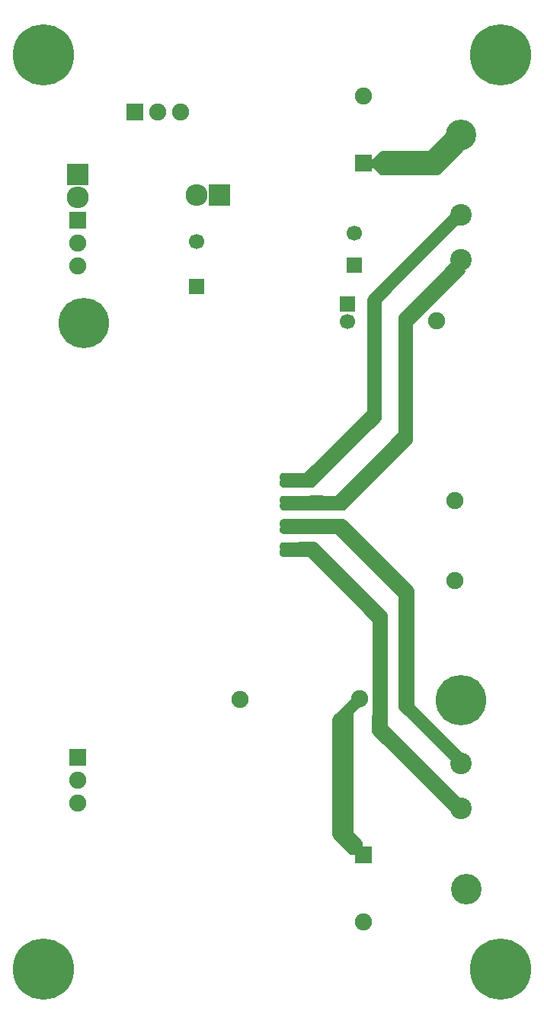
<source format=gbr>
G04 #@! TF.FileFunction,Soldermask,Bot*
%FSLAX46Y46*%
G04 Gerber Fmt 4.6, Leading zero omitted, Abs format (unit mm)*
G04 Created by KiCad (PCBNEW 4.0.5) date 07/06/18 10:07:35*
%MOMM*%
%LPD*%
G01*
G04 APERTURE LIST*
%ADD10C,0.100000*%
%ADD11C,5.600000*%
%ADD12R,1.700000X1.700000*%
%ADD13C,1.700000*%
%ADD14R,1.900000X1.900000*%
%ADD15C,1.900000*%
%ADD16C,2.400000*%
%ADD17C,3.400000*%
%ADD18C,6.800000*%
%ADD19R,2.432000X2.432000*%
%ADD20O,2.432000X2.432000*%
%ADD21C,0.254000*%
G04 APERTURE END LIST*
D10*
D11*
X120015000Y-104775000D03*
X78105000Y-62865000D03*
D12*
X90678000Y-58801000D03*
D13*
X90678000Y-53801000D03*
D12*
X107442000Y-60706000D03*
D13*
X107442000Y-62706000D03*
X108204000Y-52888000D03*
D12*
X108204000Y-56388000D03*
D14*
X109220000Y-45085000D03*
D15*
X109220000Y-37585000D03*
D14*
X109220000Y-121920000D03*
D15*
X109220000Y-129420000D03*
D16*
X120015000Y-55840000D03*
X120015000Y-50840000D03*
X120015000Y-116800000D03*
X120015000Y-111800000D03*
D17*
X120015000Y-41910000D03*
X120650000Y-125730000D03*
D14*
X77470000Y-51435000D03*
D15*
X77470000Y-53975000D03*
X77470000Y-56515000D03*
D14*
X77470000Y-111125000D03*
D15*
X77470000Y-113665000D03*
X77470000Y-116205000D03*
D14*
X83820000Y-39370000D03*
D15*
X86360000Y-39370000D03*
X88900000Y-39370000D03*
X117348000Y-62611000D03*
X119380000Y-82550000D03*
X119380000Y-91440000D03*
X108775500Y-104584500D03*
X95504000Y-104648000D03*
D18*
X73660000Y-33020000D03*
X124460000Y-33020000D03*
X73660000Y-134620000D03*
X124460000Y-134620000D03*
D19*
X93218000Y-48641000D03*
D20*
X90678000Y-48641000D03*
D19*
X77470000Y-46355000D03*
D20*
X77470000Y-48895000D03*
D21*
G36*
X106937677Y-84720255D02*
X107037733Y-84760277D01*
X107110333Y-84812134D01*
X107178463Y-84868909D01*
X114595008Y-92285454D01*
X114634444Y-92344608D01*
X114652270Y-92380260D01*
X114660576Y-92405178D01*
X114668300Y-92436074D01*
X114668300Y-105272840D01*
X114678306Y-105322250D01*
X114705497Y-105362643D01*
X120282133Y-110939279D01*
X119090517Y-111471251D01*
X113225996Y-105606730D01*
X113198155Y-105541768D01*
X113178415Y-105492417D01*
X113167972Y-105429761D01*
X113167234Y-105425733D01*
X113157000Y-105374563D01*
X113157000Y-93169740D01*
X113146994Y-93120330D01*
X113119803Y-93079937D01*
X106172903Y-86133037D01*
X106130889Y-86105174D01*
X106083100Y-86095840D01*
X100269434Y-86095840D01*
X100196526Y-86077613D01*
X100144829Y-86051765D01*
X100043733Y-85970888D01*
X100008256Y-85917672D01*
X99979927Y-85861014D01*
X99961700Y-85788106D01*
X99961700Y-85733877D01*
X99972361Y-85627267D01*
X99989306Y-85576431D01*
X100025428Y-85513218D01*
X100038803Y-85499843D01*
X100066666Y-85457829D01*
X100075988Y-85408286D01*
X100065300Y-85359018D01*
X100038803Y-85320237D01*
X100015274Y-85296708D01*
X99990430Y-85247020D01*
X99971034Y-85188831D01*
X99961700Y-85132829D01*
X99961700Y-85055682D01*
X99981504Y-84966565D01*
X100010338Y-84899285D01*
X100043733Y-84849192D01*
X100091836Y-84810710D01*
X100093803Y-84809104D01*
X100153457Y-84759393D01*
X100228123Y-84731393D01*
X100307534Y-84711540D01*
X106885389Y-84711540D01*
X106937677Y-84720255D01*
X106937677Y-84720255D01*
G37*
X106937677Y-84720255D02*
X107037733Y-84760277D01*
X107110333Y-84812134D01*
X107178463Y-84868909D01*
X114595008Y-92285454D01*
X114634444Y-92344608D01*
X114652270Y-92380260D01*
X114660576Y-92405178D01*
X114668300Y-92436074D01*
X114668300Y-105272840D01*
X114678306Y-105322250D01*
X114705497Y-105362643D01*
X120282133Y-110939279D01*
X119090517Y-111471251D01*
X113225996Y-105606730D01*
X113198155Y-105541768D01*
X113178415Y-105492417D01*
X113167972Y-105429761D01*
X113167234Y-105425733D01*
X113157000Y-105374563D01*
X113157000Y-93169740D01*
X113146994Y-93120330D01*
X113119803Y-93079937D01*
X106172903Y-86133037D01*
X106130889Y-86105174D01*
X106083100Y-86095840D01*
X100269434Y-86095840D01*
X100196526Y-86077613D01*
X100144829Y-86051765D01*
X100043733Y-85970888D01*
X100008256Y-85917672D01*
X99979927Y-85861014D01*
X99961700Y-85788106D01*
X99961700Y-85733877D01*
X99972361Y-85627267D01*
X99989306Y-85576431D01*
X100025428Y-85513218D01*
X100038803Y-85499843D01*
X100066666Y-85457829D01*
X100075988Y-85408286D01*
X100065300Y-85359018D01*
X100038803Y-85320237D01*
X100015274Y-85296708D01*
X99990430Y-85247020D01*
X99971034Y-85188831D01*
X99961700Y-85132829D01*
X99961700Y-85055682D01*
X99981504Y-84966565D01*
X100010338Y-84899285D01*
X100043733Y-84849192D01*
X100091836Y-84810710D01*
X100093803Y-84809104D01*
X100153457Y-84759393D01*
X100228123Y-84731393D01*
X100307534Y-84711540D01*
X106885389Y-84711540D01*
X106937677Y-84720255D01*
G36*
X103770373Y-87267281D02*
X103828134Y-87286535D01*
X103889690Y-87312916D01*
X103935897Y-87359123D01*
X111772754Y-95221259D01*
X111785400Y-107589450D01*
X111795456Y-107638850D01*
X111822597Y-107679123D01*
X120072446Y-115928972D01*
X119078570Y-117141284D01*
X110336858Y-108399572D01*
X110271207Y-108290154D01*
X110257721Y-108263181D01*
X110248700Y-108191016D01*
X110248700Y-106449254D01*
X110269124Y-106367558D01*
X110292983Y-106295981D01*
X110299500Y-106255820D01*
X110299500Y-95905320D01*
X110289494Y-95855910D01*
X110262303Y-95815517D01*
X103124903Y-88678117D01*
X103082889Y-88650254D01*
X103035100Y-88640920D01*
X100251430Y-88640920D01*
X100177629Y-88613244D01*
X100100432Y-88574646D01*
X100067652Y-88541866D01*
X100006711Y-88470768D01*
X99971449Y-88391429D01*
X99961700Y-88303688D01*
X99961700Y-88234397D01*
X99970925Y-88188270D01*
X99993129Y-88110556D01*
X100006436Y-88077290D01*
X100038803Y-88044923D01*
X100066666Y-88002909D01*
X100075988Y-87953366D01*
X100065300Y-87904098D01*
X100052344Y-87881303D01*
X99994636Y-87800511D01*
X99980685Y-87772610D01*
X99961700Y-87687178D01*
X99961700Y-87595849D01*
X99970749Y-87532506D01*
X99999368Y-87465728D01*
X100038128Y-87397898D01*
X100089727Y-87346299D01*
X100178159Y-87297171D01*
X100243161Y-87275503D01*
X100253388Y-87269182D01*
X103663995Y-87256643D01*
X103770373Y-87267281D01*
X103770373Y-87267281D01*
G37*
X103770373Y-87267281D02*
X103828134Y-87286535D01*
X103889690Y-87312916D01*
X103935897Y-87359123D01*
X111772754Y-95221259D01*
X111785400Y-107589450D01*
X111795456Y-107638850D01*
X111822597Y-107679123D01*
X120072446Y-115928972D01*
X119078570Y-117141284D01*
X110336858Y-108399572D01*
X110271207Y-108290154D01*
X110257721Y-108263181D01*
X110248700Y-108191016D01*
X110248700Y-106449254D01*
X110269124Y-106367558D01*
X110292983Y-106295981D01*
X110299500Y-106255820D01*
X110299500Y-95905320D01*
X110289494Y-95855910D01*
X110262303Y-95815517D01*
X103124903Y-88678117D01*
X103082889Y-88650254D01*
X103035100Y-88640920D01*
X100251430Y-88640920D01*
X100177629Y-88613244D01*
X100100432Y-88574646D01*
X100067652Y-88541866D01*
X100006711Y-88470768D01*
X99971449Y-88391429D01*
X99961700Y-88303688D01*
X99961700Y-88234397D01*
X99970925Y-88188270D01*
X99993129Y-88110556D01*
X100006436Y-88077290D01*
X100038803Y-88044923D01*
X100066666Y-88002909D01*
X100075988Y-87953366D01*
X100065300Y-87904098D01*
X100052344Y-87881303D01*
X99994636Y-87800511D01*
X99980685Y-87772610D01*
X99961700Y-87687178D01*
X99961700Y-87595849D01*
X99970749Y-87532506D01*
X99999368Y-87465728D01*
X100038128Y-87397898D01*
X100089727Y-87346299D01*
X100178159Y-87297171D01*
X100243161Y-87275503D01*
X100253388Y-87269182D01*
X103663995Y-87256643D01*
X103770373Y-87267281D01*
G36*
X120381913Y-56959326D02*
X120364593Y-57051701D01*
X120296342Y-57158952D01*
X114591197Y-62864097D01*
X114563334Y-62906111D01*
X114554000Y-62953775D01*
X114541300Y-75844275D01*
X114541300Y-75855858D01*
X114522315Y-75941290D01*
X114475000Y-76035920D01*
X107155336Y-83368248D01*
X107070160Y-83432130D01*
X106992790Y-83470815D01*
X106907358Y-83489800D01*
X100277011Y-83489800D01*
X100223346Y-83480856D01*
X100148927Y-83452949D01*
X100086182Y-83408131D01*
X100026236Y-83338194D01*
X99979348Y-83263173D01*
X99960164Y-83176848D01*
X99950554Y-83090351D01*
X99967560Y-83013823D01*
X100048120Y-82864211D01*
X100062735Y-82815963D01*
X100057428Y-82765830D01*
X100046567Y-82740990D01*
X99997511Y-82655142D01*
X99959418Y-82578956D01*
X99950207Y-82459208D01*
X99968516Y-82385969D01*
X100008309Y-82286488D01*
X100060782Y-82225269D01*
X100129009Y-82176536D01*
X100210447Y-82135817D01*
X100321608Y-82105500D01*
X103251000Y-82105500D01*
X103291161Y-82098983D01*
X103309432Y-82092893D01*
X106120630Y-82105499D01*
X106170085Y-82095715D01*
X106211250Y-82068055D01*
X113107350Y-75133855D01*
X113135097Y-75091765D01*
X113144300Y-75044448D01*
X113157000Y-64160548D01*
X113157000Y-62263304D01*
X113167400Y-62180108D01*
X113198494Y-62076461D01*
X113246782Y-61989542D01*
X119044280Y-56154479D01*
X120381913Y-56959326D01*
X120381913Y-56959326D01*
G37*
X120381913Y-56959326D02*
X120364593Y-57051701D01*
X120296342Y-57158952D01*
X114591197Y-62864097D01*
X114563334Y-62906111D01*
X114554000Y-62953775D01*
X114541300Y-75844275D01*
X114541300Y-75855858D01*
X114522315Y-75941290D01*
X114475000Y-76035920D01*
X107155336Y-83368248D01*
X107070160Y-83432130D01*
X106992790Y-83470815D01*
X106907358Y-83489800D01*
X100277011Y-83489800D01*
X100223346Y-83480856D01*
X100148927Y-83452949D01*
X100086182Y-83408131D01*
X100026236Y-83338194D01*
X99979348Y-83263173D01*
X99960164Y-83176848D01*
X99950554Y-83090351D01*
X99967560Y-83013823D01*
X100048120Y-82864211D01*
X100062735Y-82815963D01*
X100057428Y-82765830D01*
X100046567Y-82740990D01*
X99997511Y-82655142D01*
X99959418Y-82578956D01*
X99950207Y-82459208D01*
X99968516Y-82385969D01*
X100008309Y-82286488D01*
X100060782Y-82225269D01*
X100129009Y-82176536D01*
X100210447Y-82135817D01*
X100321608Y-82105500D01*
X103251000Y-82105500D01*
X103291161Y-82098983D01*
X103309432Y-82092893D01*
X106120630Y-82105499D01*
X106170085Y-82095715D01*
X106211250Y-82068055D01*
X113107350Y-75133855D01*
X113135097Y-75091765D01*
X113144300Y-75044448D01*
X113157000Y-64160548D01*
X113157000Y-62263304D01*
X113167400Y-62180108D01*
X113198494Y-62076461D01*
X113246782Y-61989542D01*
X119044280Y-56154479D01*
X120381913Y-56959326D01*
G36*
X119603794Y-51781001D02*
X111111331Y-60286064D01*
X111087608Y-60319004D01*
X111074908Y-60344404D01*
X111061500Y-60401200D01*
X111061500Y-73355323D01*
X111040853Y-73458558D01*
X111004085Y-73550478D01*
X103720076Y-80821819D01*
X103719997Y-80821897D01*
X103645668Y-80896226D01*
X103573753Y-80932183D01*
X103462839Y-80962433D01*
X100267002Y-80949801D01*
X100266500Y-80949800D01*
X100251430Y-80949800D01*
X100183314Y-80924256D01*
X100104777Y-80875171D01*
X100047692Y-80818086D01*
X100009866Y-80761347D01*
X99967933Y-80666997D01*
X99961700Y-80642066D01*
X99961700Y-80575832D01*
X99972137Y-80481899D01*
X99979401Y-80460107D01*
X99998508Y-80412341D01*
X100014612Y-80388184D01*
X100050600Y-80340200D01*
X100072241Y-80294668D01*
X100074463Y-80244304D01*
X100056916Y-80197044D01*
X100038803Y-80174197D01*
X100015274Y-80150668D01*
X99968599Y-80057318D01*
X99959926Y-80013953D01*
X99950129Y-79945373D01*
X99958690Y-79876885D01*
X99998508Y-79777341D01*
X100034992Y-79722614D01*
X100124119Y-79633487D01*
X100230789Y-79585001D01*
X100318542Y-79565500D01*
X102717600Y-79565500D01*
X102767010Y-79555494D01*
X102807485Y-79528220D01*
X109690885Y-72632120D01*
X109718710Y-72590081D01*
X109728000Y-72542400D01*
X109728000Y-60185177D01*
X109747599Y-60087182D01*
X109787256Y-60007868D01*
X109826692Y-59948714D01*
X119032721Y-50742685D01*
X119603794Y-51781001D01*
X119603794Y-51781001D01*
G37*
X119603794Y-51781001D02*
X111111331Y-60286064D01*
X111087608Y-60319004D01*
X111074908Y-60344404D01*
X111061500Y-60401200D01*
X111061500Y-73355323D01*
X111040853Y-73458558D01*
X111004085Y-73550478D01*
X103720076Y-80821819D01*
X103719997Y-80821897D01*
X103645668Y-80896226D01*
X103573753Y-80932183D01*
X103462839Y-80962433D01*
X100267002Y-80949801D01*
X100266500Y-80949800D01*
X100251430Y-80949800D01*
X100183314Y-80924256D01*
X100104777Y-80875171D01*
X100047692Y-80818086D01*
X100009866Y-80761347D01*
X99967933Y-80666997D01*
X99961700Y-80642066D01*
X99961700Y-80575832D01*
X99972137Y-80481899D01*
X99979401Y-80460107D01*
X99998508Y-80412341D01*
X100014612Y-80388184D01*
X100050600Y-80340200D01*
X100072241Y-80294668D01*
X100074463Y-80244304D01*
X100056916Y-80197044D01*
X100038803Y-80174197D01*
X100015274Y-80150668D01*
X99968599Y-80057318D01*
X99959926Y-80013953D01*
X99950129Y-79945373D01*
X99958690Y-79876885D01*
X99998508Y-79777341D01*
X100034992Y-79722614D01*
X100124119Y-79633487D01*
X100230789Y-79585001D01*
X100318542Y-79565500D01*
X102717600Y-79565500D01*
X102767010Y-79555494D01*
X102807485Y-79528220D01*
X109690885Y-72632120D01*
X109718710Y-72590081D01*
X109728000Y-72542400D01*
X109728000Y-60185177D01*
X109747599Y-60087182D01*
X109787256Y-60007868D01*
X109826692Y-59948714D01*
X119032721Y-50742685D01*
X119603794Y-51781001D01*
G36*
X120361166Y-43325176D02*
X120349054Y-43355455D01*
X120302131Y-43411763D01*
X120255397Y-43458497D01*
X120251228Y-43462871D01*
X120126278Y-43600316D01*
X117564868Y-46161726D01*
X117540580Y-46173870D01*
X117404241Y-46219317D01*
X117360823Y-46228000D01*
X111193589Y-46228000D01*
X111136566Y-46211708D01*
X111067873Y-46172455D01*
X110979824Y-46106418D01*
X110884603Y-46011197D01*
X110883487Y-46010096D01*
X110362787Y-45502096D01*
X110320433Y-45474753D01*
X110274100Y-45466000D01*
X109982000Y-45466000D01*
X109982000Y-44704000D01*
X110286800Y-44704000D01*
X110336210Y-44693994D01*
X110376603Y-44666803D01*
X111140248Y-43903158D01*
X111186166Y-43875607D01*
X111249920Y-43843730D01*
X111305634Y-43825159D01*
X111386904Y-43815000D01*
X116382800Y-43815000D01*
X116432210Y-43804994D01*
X116472603Y-43777803D01*
X118440120Y-41810286D01*
X118641732Y-41617440D01*
X120361166Y-43325176D01*
X120361166Y-43325176D01*
G37*
X120361166Y-43325176D02*
X120349054Y-43355455D01*
X120302131Y-43411763D01*
X120255397Y-43458497D01*
X120251228Y-43462871D01*
X120126278Y-43600316D01*
X117564868Y-46161726D01*
X117540580Y-46173870D01*
X117404241Y-46219317D01*
X117360823Y-46228000D01*
X111193589Y-46228000D01*
X111136566Y-46211708D01*
X111067873Y-46172455D01*
X110979824Y-46106418D01*
X110884603Y-46011197D01*
X110883487Y-46010096D01*
X110362787Y-45502096D01*
X110320433Y-45474753D01*
X110274100Y-45466000D01*
X109982000Y-45466000D01*
X109982000Y-44704000D01*
X110286800Y-44704000D01*
X110336210Y-44693994D01*
X110376603Y-44666803D01*
X111140248Y-43903158D01*
X111186166Y-43875607D01*
X111249920Y-43843730D01*
X111305634Y-43825159D01*
X111386904Y-43815000D01*
X116382800Y-43815000D01*
X116432210Y-43804994D01*
X116472603Y-43777803D01*
X118440120Y-41810286D01*
X118641732Y-41617440D01*
X120361166Y-43325176D01*
G36*
X108742149Y-105301845D02*
X107974497Y-106069497D01*
X107946634Y-106111511D01*
X107937300Y-106159421D01*
X107950000Y-119481721D01*
X107960053Y-119531122D01*
X107986535Y-119570735D01*
X108831431Y-120428242D01*
X108928234Y-120557312D01*
X108954380Y-120635750D01*
X108966000Y-120856531D01*
X108966000Y-121081800D01*
X108976006Y-121131210D01*
X109003197Y-121171603D01*
X109167394Y-121335800D01*
X108586931Y-121916263D01*
X108384593Y-121705128D01*
X108343181Y-121676378D01*
X108293847Y-121666004D01*
X108232689Y-121681180D01*
X108079694Y-121763562D01*
X108021111Y-121780300D01*
X107869010Y-121780300D01*
X107817367Y-121763086D01*
X107747322Y-121733066D01*
X107715924Y-121709518D01*
X105940492Y-119934086D01*
X105903138Y-119878055D01*
X105873640Y-119809227D01*
X105854500Y-119732666D01*
X105854500Y-106800240D01*
X105882677Y-106706316D01*
X105942467Y-106606666D01*
X108062681Y-104510822D01*
X108742149Y-105301845D01*
X108742149Y-105301845D01*
G37*
X108742149Y-105301845D02*
X107974497Y-106069497D01*
X107946634Y-106111511D01*
X107937300Y-106159421D01*
X107950000Y-119481721D01*
X107960053Y-119531122D01*
X107986535Y-119570735D01*
X108831431Y-120428242D01*
X108928234Y-120557312D01*
X108954380Y-120635750D01*
X108966000Y-120856531D01*
X108966000Y-121081800D01*
X108976006Y-121131210D01*
X109003197Y-121171603D01*
X109167394Y-121335800D01*
X108586931Y-121916263D01*
X108384593Y-121705128D01*
X108343181Y-121676378D01*
X108293847Y-121666004D01*
X108232689Y-121681180D01*
X108079694Y-121763562D01*
X108021111Y-121780300D01*
X107869010Y-121780300D01*
X107817367Y-121763086D01*
X107747322Y-121733066D01*
X107715924Y-121709518D01*
X105940492Y-119934086D01*
X105903138Y-119878055D01*
X105873640Y-119809227D01*
X105854500Y-119732666D01*
X105854500Y-106800240D01*
X105882677Y-106706316D01*
X105942467Y-106606666D01*
X108062681Y-104510822D01*
X108742149Y-105301845D01*
M02*

</source>
